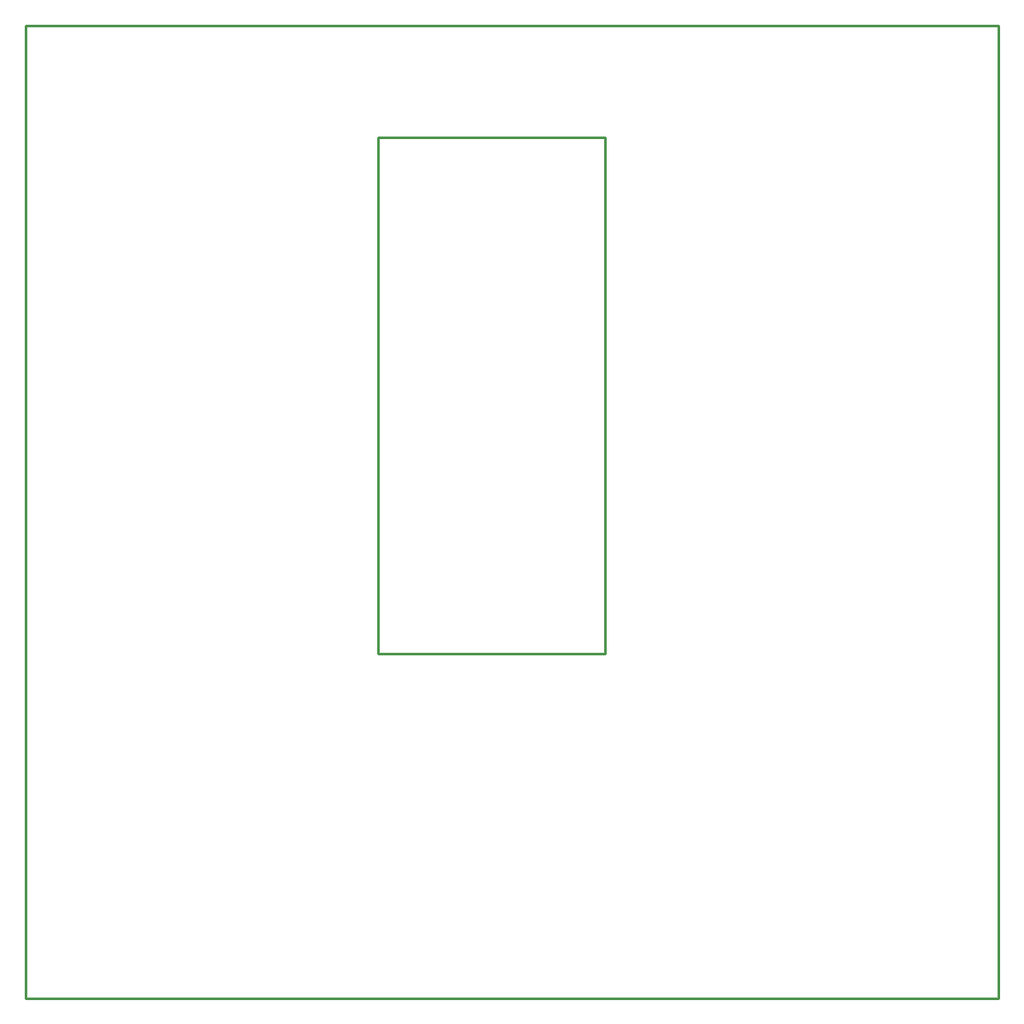
<source format=gm1>
G04*
G04 #@! TF.GenerationSoftware,Altium Limited,Altium Designer,22.0.2 (36)*
G04*
G04 Layer_Color=16711935*
%FSLAX25Y25*%
%MOIN*%
G70*
G04*
G04 #@! TF.SameCoordinates,D3D46FE2-1C8D-4EF8-A088-ECFC07646440*
G04*
G04*
G04 #@! TF.FilePolarity,Positive*
G04*
G01*
G75*
%ADD12C,0.01000*%
D12*
X0Y0D02*
X380000D01*
X137500Y336193D02*
X226398D01*
Y134500D02*
Y336193D01*
X137500Y134500D02*
Y336193D01*
Y134500D02*
X226398D01*
X-0Y380000D02*
X380000D01*
X-0D02*
X0Y0D01*
X380000Y380000D02*
X380000Y0D01*
M02*

</source>
